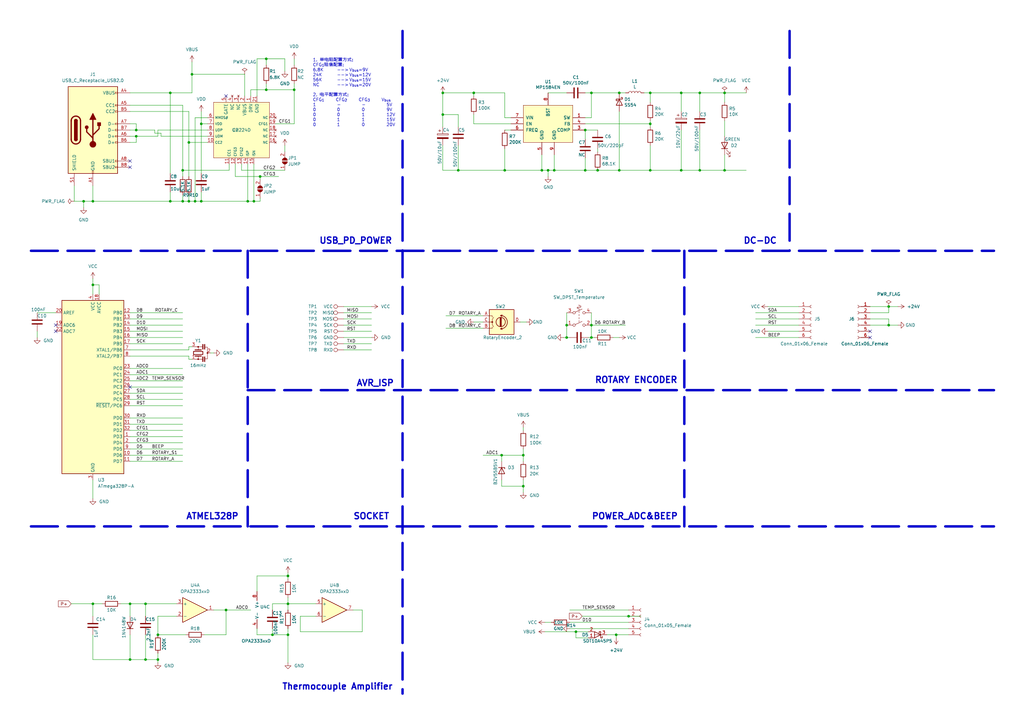
<source format=kicad_sch>
(kicad_sch (version 20211123) (generator eeschema)
  (paper "A3")
  (title_block (title "SoleringStation") (date "2022-07-11") (company "TurboStudio") (comment 1 "https://turbostudio.xyz") (comment 2 "made by cubeline"))
  (junction (at 242.57 138.43))
  (junction (at 287.02 38.1))
  (junction (at 181.61 38.1))
  (junction (at 222.25 69.85))
  (junction (at 38.1 82.55))
  (junction (at 254 38.1))
  (junction (at 53.34 247.65))
  (junction (at 297.18 38.1))
  (junction (at 34.29 82.55))
  (junction (at 240.03 69.85))
  (junction (at 364.49 125.73))
  (junction (at 64.77 260.35))
  (junction (at 53.34 270.51))
  (junction (at 109.22 24.13))
  (junction (at 74.93 69.85))
  (junction (at 118.11 236.22))
  (junction (at 55.88 53.34))
  (junction (at 77.47 58.42))
  (junction (at 80.01 82.55))
  (junction (at 279.4 38.1))
  (junction (at 227.33 69.85))
  (junction (at 194.31 38.1))
  (junction (at 266.7 38.1))
  (junction (at 224.79 69.85))
  (junction (at 242.57 133.35))
  (junction (at 69.85 82.55))
  (junction (at 214.63 199.39))
  (junction (at 364.49 133.35))
  (junction (at 297.18 69.85))
  (junction (at 77.47 82.55))
  (junction (at 257.81 252.73))
  (junction (at 181.61 46.99))
  (junction (at 82.55 50.8))
  (junction (at 232.41 133.35))
  (junction (at 214.63 186.69))
  (junction (at 118.11 260.35))
  (junction (at 74.93 82.55))
  (junction (at 109.22 36.83))
  (junction (at 55.88 55.88))
  (junction (at 232.41 138.43))
  (junction (at 242.57 38.1))
  (junction (at 106.68 72.39))
  (junction (at 111.76 260.35))
  (junction (at 59.69 247.65))
  (junction (at 287.02 69.85))
  (junction (at 118.11 247.65))
  (junction (at 69.85 38.1))
  (junction (at 38.1 116.84))
  (junction (at 92.71 250.19))
  (junction (at 240.03 53.34))
  (junction (at 78.74 30.48))
  (junction (at 120.65 36.83))
  (junction (at 64.77 270.51))
  (junction (at 279.4 69.85))
  (junction (at 38.1 247.65))
  (junction (at 104.14 82.55))
  (junction (at 205.74 186.69))
  (junction (at 187.96 69.85))
  (junction (at 82.55 82.55))
  (junction (at 252.73 260.35))
  (junction (at 266.7 69.85))
  (junction (at 59.69 270.51))
  (junction (at 101.6 82.55))
  (junction (at 236.22 259.08))
  (junction (at 245.11 69.85))
  (junction (at 266.7 50.8))
  (junction (at 207.01 69.85))
  (junction (at 254 69.85))
  (no_connect (at 53.34 158.75))
  (no_connect (at 356.87 135.89))
  (no_connect (at 356.87 138.43))
  (no_connect (at 53.34 66.04))
  (no_connect (at 53.34 68.58))
  (no_connect (at 22.86 133.35))
  (no_connect (at 22.86 135.89))
  (no_connect (at 92.71 39.37))
  (wire (pts (xy 364.49 125.73) (xy 368.3 125.73)))
  (wire (pts (xy 297.18 38.1) (xy 306.07 38.1)))
  (wire (pts (xy 116.84 24.13) (xy 116.84 29.21)))
  (wire (pts (xy 181.61 38.1) (xy 194.31 38.1)))
  (wire (pts (xy 240.03 48.26) (xy 242.57 48.26)))
  (wire (pts (xy 123.19 252.73) (xy 129.54 252.73)))
  (wire (pts (xy 240.03 53.34) (xy 240.03 57.15)))
  (wire (pts (xy 86.36 144.78) (xy 87.63 144.78)))
  (wire (pts (xy 194.31 50.8) (xy 209.55 50.8)))
  (wire (pts (xy 53.34 153.67) (xy 74.93 153.67)))
  (wire (pts (xy 364.49 133.35) (xy 368.3 133.35)))
  (wire (pts (xy 109.22 36.83) (xy 120.65 36.83)))
  (wire (pts (xy 99.06 69.85) (xy 116.84 69.85)))
  (wire (pts (xy 53.34 163.83) (xy 74.93 163.83)))
  (wire (pts (xy 55.88 55.88) (xy 64.77 55.88)))
  (wire (pts (xy 242.57 38.1) (xy 254 38.1)))
  (wire (pts (xy 245.11 60.96) (xy 245.11 62.23)))
  (wire (pts (xy 109.22 24.13) (xy 116.84 24.13)))
  (wire (pts (xy 233.68 138.43) (xy 232.41 138.43)))
  (wire (pts (xy 53.34 135.89) (xy 74.93 135.89)))
  (wire (pts (xy 53.34 58.42) (xy 55.88 58.42)))
  (wire (pts (xy 111.76 257.81) (xy 111.76 260.35)))
  (wire (pts (xy 223.52 259.08) (xy 236.22 259.08)))
  (wire (pts (xy 205.74 186.69) (xy 214.63 186.69)))
  (wire (pts (xy 227.33 63.5) (xy 227.33 69.85)))
  (wire (pts (xy 181.61 59.69) (xy 181.61 69.85)))
  (wire (pts (xy 63.5 54.61) (xy 66.04 54.61)))
  (wire (pts (xy 77.47 80.01) (xy 77.47 82.55)))
  (wire (pts (xy 252.73 260.35) (xy 257.81 260.35)))
  (wire (pts (xy 53.34 166.37) (xy 74.93 166.37)))
  (wire (pts (xy 38.1 196.85) (xy 38.1 204.47)))
  (polyline (pts (xy 323.85 12.7) (xy 323.85 102.87)) (stroke (width 1)))
  (wire (pts (xy 181.61 69.85) (xy 187.96 69.85)))
  (wire (pts (xy 194.31 38.1) (xy 207.01 38.1)))
  (wire (pts (xy 59.69 270.51) (xy 64.77 270.51)))
  (wire (pts (xy 55.88 55.88) (xy 55.88 58.42)))
  (wire (pts (xy 85.09 50.8) (xy 82.55 50.8)))
  (wire (pts (xy 29.21 247.65) (xy 38.1 247.65)))
  (wire (pts (xy 224.79 38.1) (xy 232.41 38.1)))
  (wire (pts (xy 92.71 250.19) (xy 102.87 250.19)))
  (wire (pts (xy 82.55 45.72) (xy 82.55 50.8)))
  (wire (pts (xy 213.36 132.08) (xy 215.9 132.08)))
  (wire (pts (xy 364.49 128.27) (xy 364.49 125.73)))
  (wire (pts (xy 53.34 184.15) (xy 74.93 184.15)))
  (wire (pts (xy 109.22 24.13) (xy 109.22 26.67)))
  (wire (pts (xy 187.96 59.69) (xy 187.96 69.85)))
  (wire (pts (xy 53.34 270.51) (xy 59.69 270.51)))
  (wire (pts (xy 104.14 67.31) (xy 104.14 82.55)))
  (wire (pts (xy 53.34 146.05) (xy 77.47 146.05)))
  (wire (pts (xy 105.41 257.81) (xy 105.41 260.35)))
  (wire (pts (xy 118.11 247.65) (xy 129.54 247.65)))
  (wire (pts (xy 297.18 41.91) (xy 297.18 38.1)))
  (polyline (pts (xy 280.67 102.87) (xy 280.67 215.9)) (stroke (width 1)))
  (wire (pts (xy 38.1 270.51) (xy 53.34 270.51)))
  (wire (pts (xy 207.01 38.1) (xy 207.01 48.26)))
  (wire (pts (xy 53.34 189.23) (xy 74.93 189.23)))
  (wire (pts (xy 207.01 69.85) (xy 222.25 69.85)))
  (wire (pts (xy 266.7 50.8) (xy 266.7 49.53)))
  (wire (pts (xy 111.76 247.65) (xy 118.11 247.65)))
  (polyline (pts (xy 101.6 102.87) (xy 101.6 215.9)) (stroke (width 1)))
  (wire (pts (xy 93.98 69.85) (xy 93.98 67.31)))
  (wire (pts (xy 356.87 125.73) (xy 364.49 125.73)))
  (wire (pts (xy 105.41 260.35) (xy 111.76 260.35)))
  (wire (pts (xy 266.7 59.69) (xy 266.7 69.85)))
  (wire (pts (xy 53.34 173.99) (xy 74.93 173.99)))
  (wire (pts (xy 233.68 257.81) (xy 257.81 257.81)))
  (wire (pts (xy 100.33 30.48) (xy 100.33 39.37)))
  (wire (pts (xy 102.87 36.83) (xy 109.22 36.83)))
  (wire (pts (xy 140.97 138.43) (xy 152.4 138.43)))
  (wire (pts (xy 15.24 135.89) (xy 15.24 138.43)))
  (wire (pts (xy 242.57 138.43) (xy 241.3 138.43)))
  (wire (pts (xy 266.7 38.1) (xy 266.7 41.91)))
  (wire (pts (xy 77.47 142.24) (xy 78.74 142.24)))
  (wire (pts (xy 82.55 50.8) (xy 82.55 71.12)))
  (wire (pts (xy 63.5 53.34) (xy 63.5 54.61)))
  (wire (pts (xy 53.34 161.29) (xy 74.93 161.29)))
  (wire (pts (xy 243.84 138.43) (xy 242.57 138.43)))
  (wire (pts (xy 187.96 69.85) (xy 207.01 69.85)))
  (wire (pts (xy 238.76 252.73) (xy 257.81 252.73)))
  (wire (pts (xy 214.63 175.26) (xy 214.63 176.53)))
  (wire (pts (xy 222.25 69.85) (xy 224.79 69.85)))
  (wire (pts (xy 66.04 55.88) (xy 85.09 55.88)))
  (wire (pts (xy 53.34 158.75) (xy 74.93 158.75)))
  (wire (pts (xy 49.53 247.65) (xy 53.34 247.65)))
  (wire (pts (xy 214.63 184.15) (xy 214.63 186.69)))
  (wire (pts (xy 264.16 38.1) (xy 266.7 38.1)))
  (wire (pts (xy 40.64 120.65) (xy 40.64 116.84)))
  (wire (pts (xy 309.88 138.43) (xy 327.66 138.43)))
  (wire (pts (xy 116.84 59.69) (xy 116.84 62.23)))
  (wire (pts (xy 53.34 140.97) (xy 74.93 140.97)))
  (wire (pts (xy 232.41 128.27) (xy 232.41 133.35)))
  (wire (pts (xy 53.34 247.65) (xy 53.34 252.73)))
  (wire (pts (xy 55.88 55.88) (xy 53.34 55.88)))
  (wire (pts (xy 102.87 39.37) (xy 102.87 36.83)))
  (wire (pts (xy 187.96 52.07) (xy 187.96 46.99)))
  (wire (pts (xy 309.88 130.81) (xy 327.66 130.81)))
  (wire (pts (xy 309.88 133.35) (xy 327.66 133.35)))
  (wire (pts (xy 140.97 133.35) (xy 152.4 133.35)))
  (wire (pts (xy 53.34 186.69) (xy 74.93 186.69)))
  (wire (pts (xy 241.3 261.62) (xy 236.22 261.62)))
  (wire (pts (xy 53.34 130.81) (xy 74.93 130.81)))
  (wire (pts (xy 53.34 181.61) (xy 74.93 181.61)))
  (wire (pts (xy 85.09 48.26) (xy 80.01 48.26)))
  (wire (pts (xy 77.47 82.55) (xy 74.93 82.55)))
  (wire (pts (xy 144.78 250.19) (xy 148.59 250.19)))
  (wire (pts (xy 140.97 125.73) (xy 152.4 125.73)))
  (wire (pts (xy 53.34 156.21) (xy 74.93 156.21)))
  (wire (pts (xy 279.4 38.1) (xy 287.02 38.1)))
  (wire (pts (xy 123.19 259.08) (xy 123.19 252.73)))
  (wire (pts (xy 53.34 138.43) (xy 74.93 138.43)))
  (wire (pts (xy 120.65 50.8) (xy 113.03 50.8)))
  (wire (pts (xy 279.4 53.34) (xy 279.4 69.85)))
  (wire (pts (xy 53.34 128.27) (xy 74.93 128.27)))
  (wire (pts (xy 224.79 72.39) (xy 224.79 69.85)))
  (wire (pts (xy 182.88 129.54) (xy 198.12 129.54)))
  (wire (pts (xy 214.63 186.69) (xy 214.63 189.23)))
  (wire (pts (xy 76.2 260.35) (xy 64.77 260.35)))
  (wire (pts (xy 205.74 196.85) (xy 205.74 199.39)))
  (wire (pts (xy 74.93 82.55) (xy 69.85 82.55)))
  (wire (pts (xy 224.79 69.85) (xy 227.33 69.85)))
  (wire (pts (xy 77.47 143.51) (xy 77.47 142.24)))
  (wire (pts (xy 297.18 63.5) (xy 297.18 69.85)))
  (wire (pts (xy 245.11 69.85) (xy 254 69.85)))
  (wire (pts (xy 74.93 69.85) (xy 74.93 72.39)))
  (wire (pts (xy 99.06 67.31) (xy 99.06 69.85)))
  (wire (pts (xy 64.77 260.35) (xy 64.77 252.73)))
  (wire (pts (xy 15.24 128.27) (xy 22.86 128.27)))
  (wire (pts (xy 106.68 72.39) (xy 114.3 72.39)))
  (wire (pts (xy 64.77 270.51) (xy 64.77 271.78)))
  (wire (pts (xy 77.47 58.42) (xy 77.47 72.39)))
  (wire (pts (xy 30.48 82.55) (xy 34.29 82.55)))
  (wire (pts (xy 80.01 48.26) (xy 80.01 82.55)))
  (wire (pts (xy 287.02 53.34) (xy 287.02 69.85)))
  (wire (pts (xy 194.31 46.99) (xy 194.31 50.8)))
  (wire (pts (xy 53.34 143.51) (xy 77.47 143.51)))
  (wire (pts (xy 181.61 38.1) (xy 181.61 46.99)))
  (wire (pts (xy 279.4 69.85) (xy 287.02 69.85)))
  (wire (pts (xy 53.34 260.35) (xy 53.34 270.51)))
  (wire (pts (xy 38.1 82.55) (xy 38.1 76.2)))
  (wire (pts (xy 38.1 116.84) (xy 38.1 120.65)))
  (wire (pts (xy 232.41 133.35) (xy 232.41 138.43)))
  (wire (pts (xy 248.92 260.35) (xy 252.73 260.35)))
  (wire (pts (xy 34.29 82.55) (xy 38.1 82.55)))
  (wire (pts (xy 214.63 199.39) (xy 214.63 201.93)))
  (wire (pts (xy 101.6 82.55) (xy 104.14 82.55)))
  (wire (pts (xy 106.68 81.28) (xy 106.68 82.55)))
  (polyline (pts (xy 12.7 102.87) (xy 407.67 102.87)) (stroke (width 1)))
  (wire (pts (xy 181.61 52.07) (xy 181.61 46.99)))
  (wire (pts (xy 55.88 50.8) (xy 55.88 53.34)))
  (wire (pts (xy 356.87 133.35) (xy 364.49 133.35)))
  (wire (pts (xy 254 138.43) (xy 251.46 138.43)))
  (wire (pts (xy 356.87 128.27) (xy 364.49 128.27)))
  (wire (pts (xy 69.85 78.74) (xy 69.85 82.55)))
  (wire (pts (xy 78.74 25.4) (xy 78.74 30.48)))
  (wire (pts (xy 82.55 82.55) (xy 80.01 82.55)))
  (wire (pts (xy 53.34 53.34) (xy 55.88 53.34)))
  (wire (pts (xy 194.31 39.37) (xy 194.31 38.1)))
  (wire (pts (xy 38.1 114.3) (xy 38.1 116.84)))
  (wire (pts (xy 222.25 63.5) (xy 222.25 69.85)))
  (wire (pts (xy 53.34 43.18) (xy 74.93 43.18)))
  (wire (pts (xy 80.01 82.55) (xy 77.47 82.55)))
  (wire (pts (xy 242.57 133.35) (xy 256.54 133.35)))
  (wire (pts (xy 74.93 69.85) (xy 93.98 69.85)))
  (wire (pts (xy 152.4 140.97) (xy 140.97 140.97)))
  (wire (pts (xy 120.65 34.29) (xy 120.65 36.83)))
  (wire (pts (xy 111.76 250.19) (xy 111.76 247.65)))
  (wire (pts (xy 59.69 247.65) (xy 59.69 252.73)))
  (wire (pts (xy 254 38.1) (xy 256.54 38.1)))
  (wire (pts (xy 236.22 261.62) (xy 236.22 259.08)))
  (wire (pts (xy 207.01 48.26) (xy 209.55 48.26)))
  (wire (pts (xy 309.88 128.27) (xy 327.66 128.27)))
  (wire (pts (xy 78.74 38.1) (xy 78.74 30.48)))
  (polyline (pts (xy 165.1 12.7) (xy 165.1 284.48)) (stroke (width 1)))
  (wire (pts (xy 77.47 146.05) (xy 77.47 147.32)))
  (wire (pts (xy 87.63 250.19) (xy 92.71 250.19)))
  (wire (pts (xy 38.1 260.35) (xy 38.1 270.51)))
  (wire (pts (xy 111.76 260.35) (xy 118.11 260.35)))
  (wire (pts (xy 53.34 133.35) (xy 74.93 133.35)))
  (wire (pts (xy 69.85 82.55) (xy 38.1 82.55)))
  (wire (pts (xy 64.77 55.88) (xy 64.77 53.34)))
  (wire (pts (xy 53.34 151.13) (xy 74.93 151.13)))
  (wire (pts (xy 30.48 76.2) (xy 30.48 82.55)))
  (wire (pts (xy 78.74 30.48) (xy 100.33 30.48)))
  (wire (pts (xy 64.77 267.97) (xy 64.77 270.51)))
  (wire (pts (xy 74.93 80.01) (xy 74.93 82.55)))
  (wire (pts (xy 53.34 179.07) (xy 74.93 179.07)))
  (wire (pts (xy 118.11 260.35) (xy 118.11 257.81)))
  (wire (pts (xy 53.34 171.45) (xy 74.93 171.45)))
  (wire (pts (xy 207.01 60.96) (xy 207.01 69.85)))
  (wire (pts (xy 254 69.85) (xy 266.7 69.85)))
  (wire (pts (xy 364.49 130.81) (xy 364.49 133.35)))
  (wire (pts (xy 287.02 38.1) (xy 287.02 45.72)))
  (wire (pts (xy 92.71 260.35) (xy 92.71 250.19)))
  (wire (pts (xy 214.63 199.39) (xy 214.63 196.85)))
  (wire (pts (xy 64.77 53.34) (xy 85.09 53.34)))
  (wire (pts (xy 240.03 64.77) (xy 240.03 69.85)))
  (wire (pts (xy 314.96 125.73) (xy 327.66 125.73)))
  (wire (pts (xy 254 45.72) (xy 254 69.85)))
  (wire (pts (xy 182.88 134.62) (xy 198.12 134.62)))
  (polyline (pts (xy 101.6 160.02) (xy 407.67 160.02)) (stroke (width 1)))
  (wire (pts (xy 120.65 24.13) (xy 120.65 26.67)))
  (wire (pts (xy 242.57 48.26) (xy 242.57 38.1)))
  (wire (pts (xy 223.52 255.27) (xy 226.06 255.27)))
  (wire (pts (xy 207.01 53.34) (xy 209.55 53.34)))
  (wire (pts (xy 240.03 50.8) (xy 266.7 50.8)))
  (polyline (pts (xy 12.7 215.9) (xy 407.67 215.9)) (stroke (width 1)))
  (wire (pts (xy 53.34 38.1) (xy 69.85 38.1)))
  (wire (pts (xy 118.11 236.22) (xy 118.11 237.49)))
  (wire (pts (xy 240.03 38.1) (xy 242.57 38.1)))
  (wire (pts (xy 59.69 247.65) (xy 72.39 247.65)))
  (wire (pts (xy 240.03 53.34) (xy 245.11 53.34)))
  (wire (pts (xy 38.1 247.65) (xy 41.91 247.65)))
  (wire (pts (xy 38.1 247.65) (xy 38.1 252.73)))
  (wire (pts (xy 118.11 245.11) (xy 118.11 247.65)))
  (wire (pts (xy 181.61 46.99) (xy 187.96 46.99)))
  (wire (pts (xy 105.41 24.13) (xy 109.22 24.13)))
  (wire (pts (xy 242.57 128.27) (xy 242.57 133.35)))
  (wire (pts (xy 148.59 259.08) (xy 123.19 259.08)))
  (wire (pts (xy 82.55 78.74) (xy 82.55 82.55)))
  (wire (pts (xy 109.22 34.29) (xy 109.22 36.83)))
  (wire (pts (xy 205.74 189.23) (xy 205.74 186.69)))
  (wire (pts (xy 233.68 255.27) (xy 257.81 255.27)))
  (wire (pts (xy 140.97 128.27) (xy 152.4 128.27)))
  (wire (pts (xy 105.41 39.37) (xy 105.41 24.13)))
  (wire (pts (xy 287.02 38.1) (xy 297.18 38.1)))
  (wire (pts (xy 53.34 247.65) (xy 59.69 247.65)))
  (wire (pts (xy 252.73 261.62) (xy 252.73 260.35)))
  (wire (pts (xy 297.18 69.85) (xy 306.07 69.85)))
  (wire (pts (xy 101.6 67.31) (xy 101.6 82.55)))
  (wire (pts (xy 34.29 82.55) (xy 34.29 85.09)))
  (wire (pts (xy 227.33 69.85) (xy 240.03 69.85)))
  (wire (pts (xy 55.88 53.34) (xy 63.5 53.34)))
  (wire (pts (xy 53.34 176.53) (xy 74.93 176.53)))
  (wire (pts (xy 106.68 82.55) (xy 104.14 82.55)))
  (wire (pts (xy 105.41 242.57) (xy 105.41 236.22)))
  (wire (pts (xy 240.03 69.85) (xy 245.11 69.85)))
  (wire (pts (xy 266.7 38.1) (xy 279.4 38.1)))
  (wire (pts (xy 77.47 147.32) (xy 78.74 147.32)))
  (wire (pts (xy 297.18 49.53) (xy 297.18 55.88)))
  (wire (pts (xy 105.41 236.22) (xy 118.11 236.22)))
  (wire (pts (xy 140.97 130.81) (xy 152.4 130.81)))
  (wire (pts (xy 140.97 135.89) (xy 152.4 135.89)))
  (wire (pts (xy 96.52 67.31) (xy 96.52 72.39)))
  (wire (pts (xy 83.82 260.35) (xy 92.71 260.35)))
  (wire (pts (xy 59.69 260.35) (xy 59.69 270.51)))
  (wire (pts (xy 118.11 247.65) (xy 118.11 250.19)))
  (wire (pts (xy 279.4 38.1) (xy 279.4 45.72)))
  (wire (pts (xy 53.34 45.72) (xy 77.47 45.72)))
  (wire (pts (xy 66.04 54.61) (xy 66.04 55.88)))
  (wire (pts (xy 232.41 138.43) (xy 231.14 138.43)))
  (wire (pts (xy 242.57 133.35) (xy 242.57 138.43)))
  (wire (pts (xy 69.85 38.1) (xy 69.85 71.12)))
  (wire (pts (xy 96.52 72.39) (xy 106.68 72.39)))
  (wire (pts (xy 77.47 58.42) (xy 85.09 58.42)))
  (wire (pts (xy 106.68 72.39) (xy 106.68 73.66)))
  (wire (pts (xy 152.4 143.51) (xy 140.97 143.51)))
  (wire (pts (xy 194.31 132.08) (xy 198.12 132.08)))
  (wire (pts (xy 205.74 199.39) (xy 214.63 199.39)))
  (wire (pts (xy 236.22 259.08) (xy 241.3 259.08)))
  (wire (pts (xy 64.77 252.73) (xy 72.39 252.73)))
  (wire (pts (xy 74.93 43.18) (xy 74.93 69.85)))
  (wire (pts (xy 120.65 36.83) (xy 120.65 50.8)))
  (wire (pts (xy 233.68 250.19) (xy 257.81 250.19)))
  (wire (pts (xy 148.59 250.19) (xy 148.59 259.08)))
  (wire (pts (xy 287.02 69.85) (xy 297.18 69.85)))
  (wire (pts (xy 266.7 69.85) (xy 279.4 69.85)))
  (wire (pts (xy 356.87 130.81) (xy 364.49 130.81)))
  (wire (pts (xy 266.7 52.07) (xy 266.7 50.8)))
  (wire (pts (xy 101.6 82.55) (xy 82.55 82.55)))
  (wire (pts (xy 40.64 116.84) (xy 38.1 116.84)))
  (wire (pts (xy 69.85 38.1) (xy 78.74 38.1)))
  (wire (pts (xy 118.11 234.95) (xy 118.11 236.22)))
  (wire (pts (xy 257.81 252.73) (xy 262.89 252.73)))
  (wire (pts (xy 77.47 45.72) (xy 77.47 58.42)))
  (wire (pts (xy 118.11 271.78) (xy 118.11 260.35)))
  (wire (pts (xy 198.12 186.69) (xy 205.74 186.69)))
  (wire (pts (xy 314.96 135.89) (xy 327.66 135.89)))
  (wire (pts (xy 53.34 50.8) (xy 55.88 50.8)))
  (text "1. 单电阻配置方式:\nCFG_{1}阻值配置:\n6.8K	-->	V_{bus}=9V\n24K		-->	V_{bus}=12V\n56K		-->	V_{bus}=15V\nNC		-->	V_{bus}=20V\n\n2. 电平配置方式:\nCFG_{1}	CFG_{2}	CFG_{3}	V_{bus}\n1		-		-		5V\n0		0		0		9V\n0		0		1		12V\n0		1		1		15V\n0		1		0		20V\n" (at 128.27 52.07 0) (effects (font (size 1.27 1.27)) (justify left bottom)))
  (text "USB_PD_POWER" (at 130.81 100.33 0) (effects (font (size 2.54 2.54) (thickness 0.508) bold) (justify left bottom)))
  (text "POWER_ADC&BEEP" (at 242.57 213.36 0) (effects (font (size 2.54 2.54) (thickness 0.508) bold) (justify left bottom)))
  (text "AVR_ISP" (at 146.05 158.75 0) (effects (font (size 2.54 2.54) (thickness 0.508) bold) (justify left bottom)))
  (text "ATMEL328P" (at 76.2 213.36 0) (effects (font (size 2.54 2.54) (thickness 0.508) bold) (justify left bottom)))
  (text "Thermocouple Amplifier" (at 115.57 283.21 0) (effects (font (size 2.54 2.54) (thickness 0.508) bold) (justify left bottom)))
  (text "ROTARY ENCODER" (at 243.84 157.48 0) (effects (font (size 2.54 2.54) (thickness 0.508) bold) (justify left bottom)))
  (text "DC-DC" (at 304.8 100.33 0) (effects (font (size 2.54 2.54) (thickness 0.508) bold) (justify left bottom)))
  (text "SOCKET" (at 144.78 213.36 0) (effects (font (size 2.54 2.54) (thickness 0.508) bold) (justify left bottom)))
  (label "ADC1" (at 199.39 186.69 0))
  (label "SCK" (at 55.88 140.97 0))
  (label "D6" (at 243.84 133.35 0))
  (label "D7" (at 184.15 129.54 0))
  (label "D6" (at 55.88 186.69 0))
  (label "ADC2" (at 55.88 156.21 0))
  (label "CFG2" (at 107.95 69.85 0))
  (label "TEMP_SENSOR" (at 62.23 156.21 0))
  (label "RST" (at 55.88 166.37 0))
  (label "TXD" (at 55.88 173.99 0))
  (label "RST" (at 142.24 135.89 0))
  (label "CFG3" (at 107.95 72.39 0))
  (label "MOSI" (at 55.88 135.89 0))
  (label "CFG1" (at 55.88 176.53 0))
  (label "ADC1" (at 55.88 153.67 0))
  (label "CFG3" (at 55.88 181.61 0))
  (label "TXD" (at 142.24 140.97 0))
  (label "SDA" (at 55.88 161.29 0))
  (label "D8" (at 55.88 128.27 0))
  (label "CFG2" (at 55.88 179.07 0))
  (label "RXD" (at 55.88 171.45 0))
  (label "D10" (at 55.88 133.35 0))
  (label "RST" (at 314.96 133.35 0))
  (label "ADC0" (at 96.729 250.19 0))
  (label "ROTARY_C" (at 63.5 128.27 0))
  (label "CFG1" (at 114.3 50.8 0))
  (label "BEEP" (at 314.96 138.43 0))
  (label "ROTARY_B" (at 256.54 133.35 180))
  (label "SCL" (at 55.88 163.83 0))
  (label "ROTARY_S1" (at 62.23 186.69 0))
  (label "MISO" (at 55.88 138.43 0))
  (label "ROTARY_A" (at 187.96 129.54 0))
  (label "SDA" (at 314.96 128.27 0))
  (label "MOSI" (at 142.24 130.81 0))
  (label "RXD" (at 142.24 143.51 0))
  (label "SCL" (at 314.96 130.81 0))
  (label "ROTARY_C" (at 187.96 134.62 0))
  (label "BEEP" (at 62.23 184.15 0))
  (label "D10" (at 238.76 255.27 0))
  (label "ROTARY_A" (at 62.23 189.23 0))
  (label "SCK" (at 142.24 133.35 0))
  (label "D9" (at 55.88 130.81 0))
  (label "D7" (at 55.88 189.23 0))
  (label "D8" (at 184.15 134.62 0))
  (label "ADC0" (at 55.88 151.13 0))
  (label "TEMP_SENSOR" (at 238.76 250.19 0))
  (label "MISO" (at 142.24 128.27 0))
  (label "D5" (at 55.88 184.15 0))
  (global_label "P+" (shape input) (at 238.76 252.73 180) (property "Intersheet References" "${INTERSHEET_REFS}" (effects hide)))
  (global_label "P+" (shape input) (at 29.21 247.65 180) (property "Intersheet References" "${INTERSHEET_REFS}" (effects hide)))
  (symbol (lib_id "Device:R") (at 118.11 241.3 180) (unit 1)
    (property "Reference" "R15" (at 115.57 241.3 90))
    (property "Value" "10K" (at 120.65 241.3 90))
    (property "Footprint" "Resistor_SMD:R_0402_1005Metric" (effects hide))
  )
  (symbol (lib_id "Device:R") (at 118.11 254 180) (unit 1)
    (property "Reference" "R17" (at 115.57 254 90))
    (property "Value" "10K" (at 120.65 254 90))
    (property "Footprint" "Resistor_SMD:R_0402_1005Metric" (effects hide))
  )
  (symbol (lib_id "Amplifier_Operational:OPA2333xxD") (at 137.16 250.19 0) (unit 2)
    (property "Reference" "U4" (at 137.16 240.03 0))
    (property "Value" "OPA2333xxD" (at 137.16 242.57 0))
    (property "Footprint" "Package_SO:SOIC-8_3.9x4.9mm_P1.27mm" (effects hide))
    (property "Datasheet" "http://www.ti.com/lit/ds/symlink/opa333.pdf" (effects hide))
  )
  (symbol (lib_id "power:GND") (at 233.68 257.81 270) (unit 1)
    (property "Reference" "#PWR025" (effects hide))
    (property "Value" "GND" (at 231.14 257.81 90) (effects (justify right)))
  )
  (symbol (lib_id "power:PWR_FLAG") (at 100.33 30.48 0) (unit 1)
    (property "Reference" "#FLG01" (effects hide))
    (property "Value" "PWR_FLAG" (at 100.33 25.4 0))
  )
  (symbol (lib_id "Device:R") (at 297.18 45.72 0) (unit 1)
    (property "Reference" "R5" (at 298.958 44.5516 0) (effects (justify left)))
    (property "Value" "10K" (at 298.958 46.863 0) (effects (justify left)))
    (property "Footprint" "Resistor_SMD:R_0402_1005Metric" (effects hide))
  )
  (symbol (lib_id "Device:C") (at 59.69 256.54 0) (unit 1)
    (property "Reference" "C15" (at 59.69 254 0) (effects (justify left)))
    (property "Value" "2.2nF" (at 60.96 262.89 90) (effects (justify left)))
    (property "Footprint" "Capacitor_SMD:C_0603_1608Metric" (effects hide))
  )
  (symbol (lib_id "Diode:BZV55B5V1") (at 205.74 193.04 270) (unit 1)
    (property "Reference" "D3" (at 208.28 191.7699 90) (effects (justify left)))
    (property "Value" "BZV55B5V1" (at 203.2 187.96 0) (effects (justify left)))
    (property "Footprint" "Diode_SMD:D_MiniMELF" (effects hide))
    (property "Datasheet" "https://assets.nexperia.com/documents/data-sheet/BZV55_SER.pdf" (effects hide))
  )
  (symbol (lib_id "Device:R") (at 80.01 260.35 90) (unit 1)
    (property "Reference" "R18" (at 80.01 257.81 90))
    (property "Value" "200k" (at 80.01 262.89 90))
    (property "Footprint" "Resistor_SMD:R_0402_1005Metric" (effects hide))
  )
  (symbol (lib_id "Connector:TestPoint") (at 140.97 130.81 90) (unit 1)
    (property "Reference" "TP3" (at 128.27 130.81 90))
    (property "Value" "MOSI" (at 134.62 130.81 90))
    (property "Footprint" "TestPoint:TestPoint_Pad_1.0x1.0mm" (effects hide))
  )
  (symbol (lib_id "power:GND") (at 314.96 135.89 270) (unit 1)
    (property "Reference" "#PWR032" (effects hide))
    (property "Value" "GND" (at 309.88 135.89 90))
  )
  (symbol (lib_id "power:VBUS") (at 78.74 25.4 0) (unit 1)
    (property "Reference" "#PWR02" (effects hide))
    (property "Value" "VBUS" (at 78.74 20.32 0))
  )
  (symbol (lib_id "power:+24V") (at 252.73 261.62 180) (unit 1)
    (property "Reference" "#PWR0101" (effects hide))
    (property "Value" "+24V" (at 252.73 266.7 0))
  )
  (symbol (lib_id "power:GND") (at 38.1 204.47 0) (unit 1)
    (property "Reference" "#PWR028" (effects hide))
    (property "Value" "GND" (at 40.64 205.7399 0) (effects (justify left)))
  )
  (symbol (lib_id "Device:R") (at 266.7 45.72 0) (unit 1)
    (property "Reference" "R4" (at 268.478 44.5516 0) (effects (justify left)))
    (property "Value" "20K" (at 268.478 46.863 0) (effects (justify left)))
    (property "Footprint" "Resistor_SMD:R_0402_1005Metric" (effects hide))
  )
  (symbol (lib_id "Device:R") (at 77.47 76.2 0) (unit 1)
    (property "Reference" "R10" (at 77.47 80.01 0) (effects (justify left)))
    (property "Value" "5.1K" (at 77.47 78.74 90) (effects (justify left)))
    (property "Footprint" "Resistor_SMD:R_0402_1005Metric" (effects hide))
  )
  (symbol (lib_id "My_Library:CH224D") (at 99.06 53.34 270) (unit 1)
    (property "Reference" "U2" (at 96.52 53.34 90))
    (property "Value" "CH224D" (at 99.06 53.34 90))
    (property "Footprint" "Package_DFN_QFN:QFN-20-1EP_3x3mm_P0.4mm_EP1.65x1.65mm_ThermalVias" (effects hide))
    (property "Datasheet" "https://www.wch.cn/products/CH224.html" (effects hide))
  )
  (symbol (lib_id "Device:R") (at 45.72 247.65 90) (unit 1)
    (property "Reference" "R16" (at 45.72 245.11 90))
    (property "Value" "10K" (at 45.72 250.19 90))
    (property "Footprint" "Resistor_SMD:R_0402_1005Metric" (effects hide))
  )
  (symbol (lib_id "Device:C") (at 287.02 49.53 0) (unit 1)
    (property "Reference" "C3" (at 287.02 46.99 0) (effects (justify left)))
    (property "Value" "50V/100nF" (at 285.75 62.23 90) (effects (justify left)))
    (property "Footprint" "Capacitor_SMD:C_0603_1608Metric" (effects hide))
  )
  (symbol (lib_id "power:VCC") (at 118.11 234.95 0) (unit 1)
    (property "Reference" "#PWR029" (effects hide))
    (property "Value" "VCC" (at 118.11 229.87 0))
  )
  (symbol (lib_id "My_Library:MP1584EN") (at 224.79 50.8 0) (unit 1)
    (property "Reference" "U1" (at 224.79 33.5026 0))
    (property "Value" "MP1584EN" (at 224.79 35.814 0))
    (property "Footprint" "Package_SO:SOIC-8-1EP_3.9x4.9mm_P1.27mm_EP2.29x3mm_ThermalVias" (effects hide))
  )
  (symbol (lib_id "Device:C") (at 236.22 38.1 270) (unit 1)
    (property "Reference" "C1" (at 236.22 31.6992 90))
    (property "Value" "50V/100nF" (at 236.22 34.0106 90))
    (property "Footprint" "Capacitor_SMD:C_0603_1608Metric" (effects hide))
  )
  (symbol (lib_id "My_Library:SDT10A45P5") (at 245.11 260.35 180) (unit 1)
    (property "Reference" "D5" (at 240.03 260.35 0))
    (property "Value" "SDT10A45P5" (at 245.11 262.89 0))
    (property "Footprint" "My_Library:PowerDI5" (effects hide))
    (property "Datasheet" "https://www.diodes.com/assets/Datasheets/SDT10A45P5.pdf" (effects hide))
  )
  (symbol (lib_id "Device:R") (at 245.11 66.04 0) (unit 1)
    (property "Reference" "R8" (at 246.888 64.8716 0) (effects (justify left)))
    (property "Value" "68.1K" (at 246.888 67.183 0) (effects (justify left)))
    (property "Footprint" "Resistor_SMD:R_0402_1005Metric" (effects hide))
  )
  (symbol (lib_id "power:GND") (at 116.84 29.21 0) (unit 1)
    (property "Reference" "#PWR03" (effects hide))
    (property "Value" "GND" (at 116.84 34.29 0))
  )
  (symbol (lib_id "power:PWR_FLAG") (at 30.48 82.55 90) (unit 1)
    (property "Reference" "#FLG03" (effects hide))
    (property "Value" "PWR_FLAG" (at 26.67 82.5499 90) (effects (justify left)))
  )
  (symbol (lib_id "Amplifier_Operational:OPA2333xxD") (at 80.01 250.19 0) (unit 1)
    (property "Reference" "U4" (at 80.01 240.03 0))
    (property "Value" "OPA2333xxD" (at 80.01 242.57 0))
    (property "Footprint" "Package_SO:SOIC-8_3.9x4.9mm_P1.27mm" (effects hide))
    (property "Datasheet" "http://www.ti.com/lit/ds/symlink/opa333.pdf" (effects hide))
  )
  (symbol (lib_id "Device:R") (at 214.63 193.04 0) (unit 1)
    (property "Reference" "R13" (at 217.17 191.7699 0) (effects (justify left)))
    (property "Value" "20K" (at 217.17 194.3099 0) (effects (justify left)))
    (property "Footprint" "Resistor_SMD:R_0402_1005Metric" (effects hide))
  )
  (symbol (lib_id "Device:C") (at 111.76 254 0) (unit 1)
    (property "Reference" "C13" (at 111.76 251.46 0) (effects (justify left)))
    (property "Value" "100nF" (at 113.03 260.35 90) (effects (justify left)))
    (property "Footprint" "Capacitor_SMD:C_0603_1608Metric" (effects hide))
  )
  (symbol (lib_id "Connector:TestPoint") (at 140.97 135.89 90) (unit 1)
    (property "Reference" "TP5" (at 128.27 135.89 90))
    (property "Value" "RST" (at 134.62 135.89 90))
    (property "Footprint" "TestPoint:TestPoint_Pad_1.0x1.0mm" (effects hide))
  )
  (symbol (lib_id "Device:C") (at 240.03 60.96 0) (mirror y) (unit 1)
    (property "Reference" "C7" (at 240.03 58.42 0) (effects (justify left)))
    (property "Value" "NC" (at 240.03 63.5 0) (effects (justify left)))
    (property "Footprint" "Capacitor_SMD:C_0402_1005Metric" (effects hide))
  )
  (symbol (lib_id "power:GND") (at 215.9 132.08 90) (unit 1)
    (property "Reference" "#PWR013" (effects hide))
    (property "Value" "GND" (at 218.44 132.08 90) (effects (justify right)))
  )
  (symbol (lib_id "Device:R") (at 109.22 30.48 0) (unit 1)
    (property "Reference" "R1" (at 110.49 29.21 0) (effects (justify left)))
    (property "Value" "6.8K" (at 110.49 31.75 0) (effects (justify left)))
    (property "Footprint" "Resistor_SMD:R_0402_1005Metric" (effects hide))
  )
  (symbol (lib_id "power:VDD") (at 116.84 59.69 0) (unit 1)
    (property "Reference" "#PWR07" (effects hide))
    (property "Value" "VDD" (at 116.84 54.61 0))
  )
  (symbol (lib_id "power:GND") (at 87.63 144.78 90) (unit 1)
    (property "Reference" "#PWR018" (effects hide))
    (property "Value" "GND" (at 91.44 144.7799 90) (effects (justify right)))
  )
  (symbol (lib_id "Amplifier_Operational:OPA2333xxD") (at 107.95 250.19 0) (unit 3)
    (property "Reference" "U4" (at 106.68 248.9199 0) (effects (justify left)))
    (property "Value" "OPA2333xxD" (at 99.06 262.89 0) (effects (justify left)))
    (property "Footprint" "Package_SO:SOIC-8_3.9x4.9mm_P1.27mm" (effects hide))
    (property "Datasheet" "http://www.ti.com/lit/ds/symlink/opa333.pdf" (effects hide))
  )
  (symbol (lib_id "Device:CP") (at 181.61 55.88 0) (unit 1)
    (property "Reference" "C4" (at 181.61 53.34 0) (effects (justify left)))
    (property "Value" "50V/10uF" (at 180.34 67.31 90) (effects (justify left)))
    (property "Footprint" "Capacitor_Tantalum_SMD:CP_EIA-6032-28_Kemet-C" (effects hide))
  )
  (symbol (lib_id "Jumper:SolderJumper_2_Open") (at 106.68 77.47 90) (unit 1)
    (property "Reference" "JP2" (at 107.95 76.2 90) (effects (justify right)))
    (property "Value" "JUMP" (at 107.95 78.74 90) (effects (justify right)))
    (property "Footprint" "Jumper:SolderJumper-2_P1.3mm_Open_RoundedPad1.0x1.5mm" (effects hide))
  )
  (symbol (lib_id "Device:C") (at 69.85 74.93 0) (unit 1)
    (property "Reference" "C8" (at 69.85 72.39 0) (effects (justify left)))
    (property "Value" "10uF" (at 69.85 77.47 0) (effects (justify left)))
    (property "Footprint" "Capacitor_SMD:C_0805_2012Metric" (effects hide))
  )
  (symbol (lib_id "Connector:Conn_01x06_Female") (at 351.79 130.81 0) (mirror y) (unit 1)
    (property "Reference" "J6" (at 350.52 130.8099 0) (effects (justify left)))
    (property "Value" "Conn_01x06_Female" (at 364.49 140.97 0) (effects (justify left)))
    (property "Footprint" "Connector_PinHeader_2.54mm:PinHeader_1x06_P2.54mm_Vertical" (effects hide))
  )
  (symbol (lib_id "Device:R") (at 74.93 76.2 0) (unit 1)
    (property "Reference" "R9" (at 74.93 80.01 0) (effects (justify left)))
    (property "Value" "5.1K" (at 74.93 78.74 90) (effects (justify left)))
    (property "Footprint" "Resistor_SMD:R_0402_1005Metric" (effects hide))
  )
  (symbol (lib_id "Device:C") (at 38.1 256.54 0) (unit 1)
    (property "Reference" "C14" (at 39.37 254 0) (effects (justify left)))
    (property "Value" "1uF" (at 39.37 261.62 90) (effects (justify left)))
    (property "Footprint" "Capacitor_SMD:C_0603_1608Metric" (effects hide))
  )
  (symbol (lib_id "Connector:TestPoint") (at 140.97 125.73 90) (unit 1)
    (property "Reference" "TP1" (at 128.27 125.73 90))
    (property "Value" "VCC" (at 134.62 125.73 90))
    (property "Footprint" "TestPoint:TestPoint_Pad_1.0x1.0mm" (effects hide))
  )
  (symbol (lib_id "power:VCC") (at 314.96 125.73 90) (unit 1)
    (property "Reference" "#PWR04" (effects hide))
    (property "Value" "VCC" (at 309.88 125.73 90))
  )
  (symbol (lib_id "power:VCC") (at 38.1 114.3 0) (unit 1)
    (property "Reference" "#PWR010" (effects hide))
    (property "Value" "VCC" (at 38.1 109.22 0))
  )
  (symbol (lib_id "power:GND") (at 194.31 132.08 270) (unit 1)
    (property "Reference" "#PWR012" (effects hide))
    (property "Value" "GND" (at 186.69 132.08 90) (effects (justify left)))
  )
  (symbol (lib_id "power:GND") (at 214.63 201.93 0) (unit 1)
    (property "Reference" "#PWR026" (effects hide))
    (property "Value" "GND" (at 217.17 203.1999 0) (effects (justify left)))
  )
  (symbol (lib_id "power:GND") (at 152.4 138.43 90) (unit 1)
    (property "Reference" "#PWR017" (effects hide))
    (property "Value" "GND" (at 156.21 138.4299 90) (effects (justify right)))
  )
  (symbol (lib_id "Device:C") (at 15.24 132.08 0) (unit 1)
    (property "Reference" "C10" (at 15.24 129.54 0) (effects (justify left)))
    (property "Value" "100nF" (at 12.7 127 0) (effects (justify left)))
    (property "Footprint" "Capacitor_SMD:C_0603_1608Metric" (effects hide))
  )
  (symbol (lib_id "power:VCC") (at 152.4 125.73 270) (unit 1)
    (property "Reference" "#PWR011" (effects hide))
    (property "Value" "VCC" (at 156.21 125.7299 90) (effects (justify left)))
  )
  (symbol (lib_id "Device:Resonator_Small") (at 81.28 144.78 90) (unit 1)
    (property "Reference" "Y1" (at 81.28 139.7 90))
    (property "Value" "16mHz" (at 81.28 149.86 90))
    (property "Footprint" "Crystal:Resonator_SMD_Murata_CSTxExxV-3Pin_3.0x1.1mm" (effects hide))
  )
  (symbol (lib_id "Connector:Conn_01x05_Female") (at 262.89 255.27 0) (unit 1)
    (property "Reference" "J4" (at 264.16 253.9999 0) (effects (justify left)))
    (property "Value" "Conn_01x05_Female" (at 264.16 256.5399 0) (effects (justify left)))
    (property "Footprint" "Connector_Phoenix_MC:PhoenixContact_MC_1,5_5-G-3.5_1x05_P3.50mm_Horizontal" (effects hide))
  )
  (symbol (lib_id "power:VCC") (at 223.52 255.27 90) (unit 1)
    (property "Reference" "#PWR024" (effects hide))
    (property "Value" "VCC" (at 218.44 255.27 90))
  )
  (symbol (lib_id "Connector:TestPoint") (at 140.97 143.51 90) (unit 1)
    (property "Reference" "TP8" (at 128.27 143.51 90))
    (property "Value" "RXD" (at 134.62 143.51 90))
    (property "Footprint" "TestPoint:TestPoint_Pad_1.0x1.0mm" (effects hide))
  )
  (symbol (lib_id "power:GND") (at 231.14 138.43 270) (unit 1)
    (property "Reference" "#PWR015" (effects hide))
    (property "Value" "GND" (at 228.6 138.43 90) (effects (justify right)))
  )
  (symbol (lib_id "Device:R") (at 229.87 255.27 90) (unit 1)
    (property "Reference" "R14" (at 236.22 256.54 90) (effects (justify left)))
    (property "Value" "10K" (at 231.14 255.27 90) (effects (justify left)))
    (property "Footprint" "Resistor_SMD:R_0402_1005Metric" (effects hide))
  )
  (symbol (lib_id "power:+24V") (at 368.3 125.73 270) (unit 1)
    (property "Reference" "#PWR019" (effects hide))
    (property "Value" "+24V" (at 374.65 125.73 90))
  )
  (symbol (lib_id "power:GND") (at 118.11 271.78 0) (unit 1)
    (property "Reference" "#PWR031" (effects hide))
    (property "Value" "GND" (at 120.65 273.0499 0) (effects (justify left)))
  )
  (symbol (lib_id "Device:R") (at 120.65 30.48 0) (unit 1)
    (property "Reference" "R2" (at 121.92 29.21 0) (effects (justify left)))
    (property "Value" "NC" (at 121.92 31.75 0) (effects (justify left)))
    (property "Footprint" "Resistor_SMD:R_0402_1005Metric" (effects hide))
  )
  (symbol (lib_id "Connector:Conn_01x06_Female") (at 332.74 130.81 0) (unit 1)
    (property "Reference" "J5" (at 334.01 130.8099 0) (effects (justify left)))
    (property "Value" "Conn_01x06_Female" (at 320.04 140.97 0) (effects (justify left)))
    (property "Footprint" "Connector_PinHeader_2.54mm:PinHeader_1x06_P2.54mm_Vertical" (effects hide))
  )
  (symbol (lib_id "power:GND") (at 15.24 138.43 0) (unit 1)
    (property "Reference" "#PWR014" (effects hide))
    (property "Value" "GND" (at 17.78 139.6999 0) (effects (justify left)))
  )
  (symbol (lib_id "power:VDD") (at 120.65 24.13 0) (unit 1)
    (property "Reference" "#PWR01" (effects hide))
    (property "Value" "VDD" (at 120.65 19.05 0))
  )
  (symbol (lib_id "Switch:SW_DPST_Temperature") (at 237.49 130.81 0) (unit 1)
    (property "Reference" "SW1" (at 237.49 119.38 0))
    (property "Value" "SW_DPST_Temperature" (at 237.49 121.92 0))
    (property "Footprint" "Button_Switch_SMD:SW_SPST_Omron_B3FS-100xP" (effects hide))
  )
  (symbol (lib_id "Connector:TestPoint") (at 140.97 133.35 90) (unit 1)
    (property "Reference" "TP4" (at 128.27 133.35 90))
    (property "Value" "SCK" (at 134.62 133.35 90))
    (property "Footprint" "TestPoint:TestPoint_Pad_1.0x1.0mm" (effects hide))
  )
  (symbol (lib_id "power:VDD") (at 82.55 45.72 0) (unit 1)
    (property "Reference" "#PWR06" (effects hide))
    (property "Value" "VDD" (at 82.55 40.64 0))
  )
  (symbol (lib_id "power:VBUS") (at 214.63 175.26 0) (unit 1)
    (property "Reference" "#PWR021" (effects hide))
    (property "Value" "VBUS" (at 214.63 170.18 0))
  )
  (symbol (lib_id "power:+24V") (at 181.61 38.1 0) (unit 1)
    (property "Reference" "#PWR0102" (effects hide))
    (property "Value" "+24V" (at 181.61 33.02 0))
  )
  (symbol (lib_id "power:VBUS") (at 223.52 259.08 90) (unit 1)
    (property "Reference" "#PWR023" (effects hide))
    (property "Value" "VBUS" (at 219.71 259.08 90) (effects (justify left)))
  )
  (symbol (lib_id "Device:D_Schottky") (at 254 41.91 270) (unit 1)
    (property "Reference" "D1" (at 256.032 40.7416 90) (effects (justify left)))
    (property "Value" "SS54" (at 256.032 43.053 90) (effects (justify left)))
    (property "Footprint" "Diode_SMD:D_SMA" (effects hide))
  )
  (symbol (lib_id "power:GND") (at 224.79 72.39 0) (unit 1)
    (property "Reference" "#PWR08" (effects hide))
    (property "Value" "GND" (at 224.917 76.7842 0))
  )
  (symbol (lib_id "Device:C") (at 237.49 138.43 270) (unit 1)
    (property "Reference" "C11" (at 238.76 139.7 90) (effects (justify left)))
    (property "Value" "100nF" (at 234.95 142.24 90) (effects (justify left)))
    (property "Footprint" "Capacitor_SMD:C_0603_1608Metric" (effects hide))
  )
  (symbol (lib_id "power:PWR_FLAG") (at 364.49 125.73 0) (unit 1)
    (property "Reference" "#FLG04" (effects hide))
    (property "Value" "PWR_FLAG" (at 364.49 120.65 0))
  )
  (symbol (lib_id "power:GND") (at 368.3 133.35 90) (unit 1)
    (property "Reference" "#PWR027" (effects hide))
    (property "Value" "GND" (at 373.38 133.35 90))
  )
  (symbol (lib_id "Connector:TestPoint") (at 140.97 128.27 90) (unit 1)
    (property "Reference" "TP2" (at 128.27 128.27 90))
    (property "Value" "MISO" (at 134.62 128.27 90))
    (property "Footprint" "TestPoint:TestPoint_Pad_1.0x1.0mm" (effects hide))
  )
  (symbol (lib_id "Device:C") (at 82.55 74.93 0) (unit 1)
    (property "Reference" "C9" (at 82.55 72.39 0) (effects (justify left)))
    (property "Value" "1uF" (at 82.55 77.47 0) (effects (justify left)))
    (property "Footprint" "Capacitor_SMD:C_0603_1608Metric" (effects hide))
  )
  (symbol (lib_id "Device:L") (at 260.35 38.1 90) (unit 1)
    (property "Reference" "L1" (at 260.35 33.274 90))
    (property "Value" "L" (at 260.35 35.5854 90))
    (property "Footprint" "Inductor_SMD:L_7.3x7.3_H4.5" (effects hide))
  )
  (symbol (lib_id "Device:C") (at 187.96 55.88 0) (unit 1)
    (property "Reference" "C5" (at 187.96 53.34 0) (effects (justify left)))
    (property "Value" "50V/100nF" (at 186.69 68.58 90) (effects (justify left)))
    (property "Footprint" "Capacitor_SMD:C_0402_1005Metric" (effects hide))
  )
  (symbol (lib_id "Device:R") (at 266.7 55.88 0) (unit 1)
    (property "Reference" "R6" (at 268.478 54.7116 0) (effects (justify left)))
    (property "Value" "20K" (at 268.478 57.023 0) (effects (justify left)))
    (property "Footprint" "Resistor_SMD:R_0402_1005Metric" (effects hide))
  )
  (symbol (lib_id "My_Library:RotaryEncoder_2") (at 205.74 132.08 0) (unit 1)
    (property "Reference" "SW2" (at 203.2 125.73 0) (effects (justify left)))
    (property "Value" "RotaryEncoder_2" (at 198.12 138.43 0) (effects (justify left)))
    (property "Footprint" "My_Library:EC10E" (effects hide))
  )
  (symbol (lib_id "MCU_Microchip_ATmega:ATmega328P-A") (at 38.1 158.75 0) (unit 1)
    (property "Reference" "U3" (at 40.1194 196.85 0) (effects (justify left)))
    (property "Value" "ATmega328P-A" (at 40.1194 199.39 0) (effects (justify left)))
    (property "Footprint" "Package_QFP:TQFP-32_7x7mm_P0.8mm" (effects hide))
    (property "Datasheet" "http://ww1.microchip.com/downloads/en/DeviceDoc/ATmega328_P%20AVR%20MCU%20with%20picoPower%20Technology%20Data%20Sheet%2040001984A.pdf" (effects hide))
  )
  (symbol (lib_id "Device:R") (at 247.65 138.43 270) (unit 1)
    (property "Reference" "R11" (at 245.11 140.97 90) (effects (justify left)))
    (property "Value" "10K" (at 245.11 135.89 90) (effects (justify left)))
    (property "Footprint" "Resistor_SMD:R_0402_1005Metric" (effects hide))
  )
  (symbol (lib_id "power:PWR_FLAG") (at 297.18 38.1 0) (unit 1)
    (property "Reference" "#FLG02" (effects hide))
    (property "Value" "PWR_FLAG" (at 297.18 33.02 0))
  )
  (symbol (lib_id "Device:C") (at 245.11 57.15 0) (unit 1)
    (property "Reference" "C6" (at 248.031 55.9816 0) (effects (justify left)))
    (property "Value" "50V/220pF" (at 245.11 59.69 0) (effects (justify left)))
    (property "Footprint" "Capacitor_SMD:C_0402_1005Metric" (effects hide))
  )
  (symbol (lib_id "Device:LED") (at 297.18 59.69 90) (unit 1)
    (property "Reference" "D2" (at 299.72 59.69 90) (effects (justify right)))
    (property "Value" "GREEN" (at 297.18 57.15 90) (effects (justify right)))
    (property "Footprint" "LED_SMD:LED_0402_1005Metric" (effects hide))
  )
  (symbol (lib_id "Device:CP") (at 279.4 49.53 0) (unit 1)
    (property "Reference" "C2" (at 279.4 46.99 0) (effects (justify left)))
    (property "Value" "10V/22uF" (at 278.13 60.96 90) (effects (justify left)))
    (property "Footprint" "Capacitor_Tantalum_SMD:CP_EIA-3528-21_Kemet-B" (effects hide))
  )
  (symbol (lib_id "Device:R") (at 214.63 180.34 0) (unit 1)
    (property "Reference" "R12" (at 217.17 179.0699 0) (effects (justify left)))
    (property "Value" "100K" (at 217.17 181.6099 0) (effects (justify left)))
    (property "Footprint" "Resistor_SMD:R_0402_1005Metric" (effects hide))
  )
  (symbol (lib_id "Connector:TestPoint") (at 140.97 140.97 90) (unit 1)
    (property "Reference" "TP7" (at 128.27 140.97 90))
    (property "Value" "TXD" (at 134.62 140.97 90))
    (property "Footprint" "TestPoint:TestPoint_Pad_1.0x1.0mm" (effects hide))
  )
  (symbol (lib_id "power:GND") (at 34.29 85.09 0) (unit 1)
    (property "Reference" "#PWR09" (effects hide))
    (property "Value" "GND" (at 34.29 90.17 0))
  )
  (symbol (lib_id "power:VCC") (at 306.07 38.1 0) (unit 1)
    (property "Reference" "#PWR05" (effects hide))
    (property "Value" "VCC" (at 306.07 33.02 0))
  )
  (symbol (lib_id "Diode:1N4148W") (at 53.34 256.54 90) (unit 1)
    (property "Reference" "D4" (at 53.34 254 90) (effects (justify right)))
    (property "Value" "1N4148W" (at 50.8 252.73 0) (effects (justify right)))
    (property "Footprint" "Diode_SMD:D_SOD-123" (effects hide))
    (property "Datasheet" "https://www.vishay.com/docs/85748/1n4148w.pdf" (effects hide))
  )
  (symbol (lib_id "Connector:USB_C_Receptacle_USB2.0") (at 38.1 53.34 0) (unit 1)
    (property "Reference" "J1" (at 38.1 30.48 0))
    (property "Value" "USB_C_Receptacle_USB2.0" (at 38.1 33.02 0))
    (property "Footprint" "Connector_USB:USB_C_Receptacle_Palconn_UTC16-G" (effects hide))
    (property "Datasheet" "https://www.usb.org/sites/default/files/documents/usb_type-c.zip" (effects hide))
  )
  (symbol (lib_id "power:VCC") (at 254 138.43 270) (unit 1)
    (property "Reference" "#PWR016" (effects hide))
    (property "Value" "VCC" (at 259.08 138.43 90))
  )
  (symbol (lib_id "Device:R") (at 207.01 57.15 0) (unit 1)
    (property "Reference" "R7" (at 208.788 55.9816 0) (effects (justify left)))
    (property "Value" "200K" (at 208.788 58.293 0) (effects (justify left)))
    (property "Footprint" "Resistor_SMD:R_0402_1005Metric" (effects hide))
  )
  (symbol (lib_id "power:GND") (at 64.77 271.78 0) (unit 1)
    (property "Reference" "#PWR030" (effects hide))
    (property "Value" "GND" (at 67.31 273.0499 0) (effects (justify left)))
  )
  (symbol (lib_id "Device:R") (at 64.77 264.16 180) (unit 1)
    (property "Reference" "R19" (at 62.23 264.16 90))
    (property "Value" "200K" (at 67.31 264.16 90))
    (property "Footprint" "Resistor_SMD:R_0402_1005Metric" (effects hide))
  )
  (symbol (lib_id "Connector:TestPoint") (at 140.97 138.43 90) (unit 1)
    (property "Reference" "TP6" (at 128.27 138.43 90))
    (property "Value" "GND" (at 134.62 138.43 90))
    (property "Footprint" "TestPoint:TestPoint_Pad_1.0x1.0mm" (effects hide))
  )
  (symbol (lib_id "Jumper:SolderJumper_2_Open") (at 116.84 66.04 90) (unit 1)
    (property "Reference" "JP1" (at 118.11 64.77 90) (effects (justify right)))
    (property "Value" "JUMP" (at 118.11 67.31 90) (effects (justify right)))
    (property "Footprint" "Jumper:SolderJumper-2_P1.3mm_Open_RoundedPad1.0x1.5mm" (effects hide))
  )
  (symbol (lib_id "Device:R") (at 194.31 43.18 0) (unit 1)
    (property "Reference" "R3" (at 196.088 42.0116 0) (effects (justify left)))
    (property "Value" "100K" (at 196.088 44.323 0) (effects (justify left)))
    (property "Footprint" "Resistor_SMD:R_0402_1005Metric" (effects hide))
  )
)
</source>
